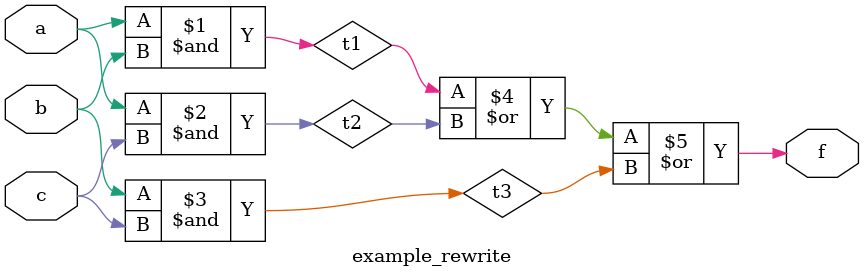
<source format=v>
module example_rewrite (a, b, c, f);
  input  a, b, c;
  output f;

  wire t1, t2, t3;

  assign t1 = a & b;
  assign t2 = a & c;
  assign t3 = b & c;

  assign f = t1 | t2 | t3;
endmodule

</source>
